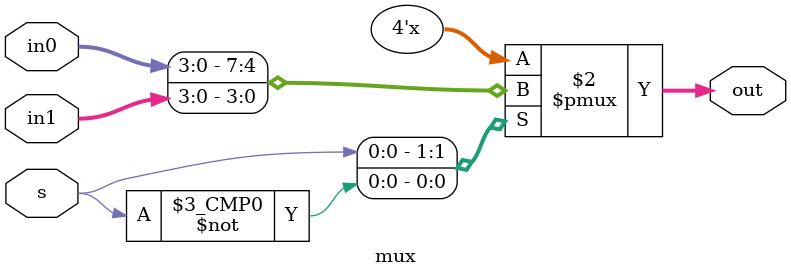
<source format=v>
`timescale 1ns / 1ps


module mux(in1, in0, s, out);
 input [3:0] in1, in0;
 input s;
 output reg [3:0] out;
 
 always @(*) begin
   case (s) 
    1'b1: out <= in0;
    1'b0: out <= in1;
   endcase
  end
endmodule

</source>
